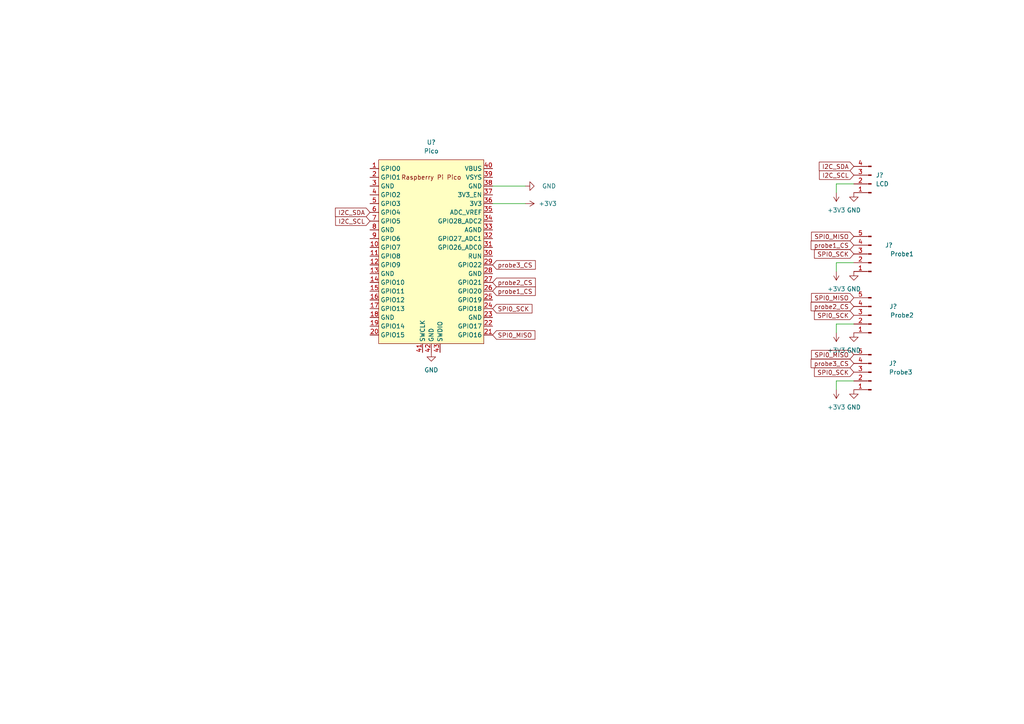
<source format=kicad_sch>
(kicad_sch (version 20211123) (generator eeschema)
  (paper "A4")
  (title_block (title "Peltier Cloud Chamber - Temperature monitor") (date "2022-02-17"))
  (lib_symbols
    (symbol "Connector:Conn_01x04_Male" (pin_names (offset 1.016) hide)
      (property "Reference" "J" (at 0 5.08 0))
      (property "Value" "Conn_01x04_Male" (at 0 -7.62 0))
      (symbol "Conn_01x04_Male_1_1"
        (polyline (pts (xy 1.27 -5.08) (xy 0.8636 -5.08)) (stroke (width 0.1524)))
        (polyline (pts (xy 1.27 -2.54) (xy 0.8636 -2.54)) (stroke (width 0.1524)))
        (polyline (pts (xy 1.27 0) (xy 0.8636 0)) (stroke (width 0.1524)))
        (polyline (pts (xy 1.27 2.54) (xy 0.8636 2.54)) (stroke (width 0.1524)))
        (rectangle (start 0.8636 -4.953) (end 0 -5.207) (stroke (width 0.1524)) (fill (type outline)))
        (rectangle (start 0.8636 -2.413) (end 0 -2.667) (stroke (width 0.1524)) (fill (type outline)))
        (rectangle (start 0.8636 0.127) (end 0 -0.127) (stroke (width 0.1524)) (fill (type outline)))
        (rectangle (start 0.8636 2.667) (end 0 2.413) (stroke (width 0.1524)) (fill (type outline)))
        (pin passive line (at 5.08 2.54 180) (length 3.81) (name "Pin_1") (number "1"))
        (pin passive line (at 5.08 0 180) (length 3.81) (name "Pin_2") (number "2"))
        (pin passive line (at 5.08 -2.54 180) (length 3.81) (name "Pin_3") (number "3"))
        (pin passive line (at 5.08 -5.08 180) (length 3.81) (name "Pin_4") (number "4"))
      )
    )
    (symbol "Connector:Conn_01x05_Male" (pin_names (offset 1.016) hide)
      (property "Reference" "J" (at 0 7.62 0))
      (property "Value" "Conn_01x05_Male" (at 0 -7.62 0))
      (symbol "Conn_01x05_Male_1_1"
        (polyline (pts (xy 1.27 -5.08) (xy 0.8636 -5.08)) (stroke (width 0.1524)))
        (polyline (pts (xy 1.27 -2.54) (xy 0.8636 -2.54)) (stroke (width 0.1524)))
        (polyline (pts (xy 1.27 0) (xy 0.8636 0)) (stroke (width 0.1524)))
        (polyline (pts (xy 1.27 2.54) (xy 0.8636 2.54)) (stroke (width 0.1524)))
        (polyline (pts (xy 1.27 5.08) (xy 0.8636 5.08)) (stroke (width 0.1524)))
        (rectangle (start 0.8636 -4.953) (end 0 -5.207) (stroke (width 0.1524)) (fill (type outline)))
        (rectangle (start 0.8636 -2.413) (end 0 -2.667) (stroke (width 0.1524)) (fill (type outline)))
        (rectangle (start 0.8636 0.127) (end 0 -0.127) (stroke (width 0.1524)) (fill (type outline)))
        (rectangle (start 0.8636 2.667) (end 0 2.413) (stroke (width 0.1524)) (fill (type outline)))
        (rectangle (start 0.8636 5.207) (end 0 4.953) (stroke (width 0.1524)) (fill (type outline)))
        (pin passive line (at 5.08 5.08 180) (length 3.81) (name "Pin_1") (number "1"))
        (pin passive line (at 5.08 2.54 180) (length 3.81) (name "Pin_2") (number "2"))
        (pin passive line (at 5.08 0 180) (length 3.81) (name "Pin_3") (number "3"))
        (pin passive line (at 5.08 -2.54 180) (length 3.81) (name "Pin_4") (number "4"))
        (pin passive line (at 5.08 -5.08 180) (length 3.81) (name "Pin_5") (number "5"))
      )
    )
    (symbol "MCU_RaspberryPi_and_Boards:Pico"
      (property "Reference" "U" (at -13.97 27.94 0))
      (property "Value" "Pico" (at 0 19.05 0))
      (symbol "Pico_0_0"
        (text "Raspberry Pi Pico" (at 0 21.59 0) (effects (font (size 1.27 1.27))))
      )
      (symbol "Pico_0_1"
        (rectangle (start -15.24 26.67) (end 15.24 -26.67) (fill (type background)))
      )
      (symbol "Pico_1_1"
        (pin bidirectional line (at -17.78 24.13 0) (length 2.54) (name "GPIO0") (number "1"))
        (pin bidirectional line (at -17.78 1.27 0) (length 2.54) (name "GPIO7") (number "10"))
        (pin bidirectional line (at -17.78 -1.27 0) (length 2.54) (name "GPIO8") (number "11"))
        (pin bidirectional line (at -17.78 -3.81 0) (length 2.54) (name "GPIO9") (number "12"))
        (pin power_in line (at -17.78 -6.35 0) (length 2.54) (name "GND") (number "13"))
        (pin bidirectional line (at -17.78 -8.89 0) (length 2.54) (name "GPIO10") (number "14"))
        (pin bidirectional line (at -17.78 -11.43 0) (length 2.54) (name "GPIO11") (number "15"))
        (pin bidirectional line (at -17.78 -13.97 0) (length 2.54) (name "GPIO12") (number "16"))
        (pin bidirectional line (at -17.78 -16.51 0) (length 2.54) (name "GPIO13") (number "17"))
        (pin power_in line (at -17.78 -19.05 0) (length 2.54) (name "GND") (number "18"))
        (pin bidirectional line (at -17.78 -21.59 0) (length 2.54) (name "GPIO14") (number "19"))
        (pin bidirectional line (at -17.78 21.59 0) (length 2.54) (name "GPIO1") (number "2"))
        (pin bidirectional line (at -17.78 -24.13 0) (length 2.54) (name "GPIO15") (number "20"))
        (pin bidirectional line (at 17.78 -24.13 180) (length 2.54) (name "GPIO16") (number "21"))
        (pin bidirectional line (at 17.78 -21.59 180) (length 2.54) (name "GPIO17") (number "22"))
        (pin power_in line (at 17.78 -19.05 180) (length 2.54) (name "GND") (number "23"))
        (pin bidirectional line (at 17.78 -16.51 180) (length 2.54) (name "GPIO18") (number "24"))
        (pin bidirectional line (at 17.78 -13.97 180) (length 2.54) (name "GPIO19") (number "25"))
        (pin bidirectional line (at 17.78 -11.43 180) (length 2.54) (name "GPIO20") (number "26"))
        (pin bidirectional line (at 17.78 -8.89 180) (length 2.54) (name "GPIO21") (number "27"))
        (pin power_in line (at 17.78 -6.35 180) (length 2.54) (name "GND") (number "28"))
        (pin bidirectional line (at 17.78 -3.81 180) (length 2.54) (name "GPIO22") (number "29"))
        (pin power_in line (at -17.78 19.05 0) (length 2.54) (name "GND") (number "3"))
        (pin input line (at 17.78 -1.27 180) (length 2.54) (name "RUN") (number "30"))
        (pin bidirectional line (at 17.78 1.27 180) (length 2.54) (name "GPIO26_ADC0") (number "31"))
        (pin bidirectional line (at 17.78 3.81 180) (length 2.54) (name "GPIO27_ADC1") (number "32"))
        (pin power_in line (at 17.78 6.35 180) (length 2.54) (name "AGND") (number "33"))
        (pin bidirectional line (at 17.78 8.89 180) (length 2.54) (name "GPIO28_ADC2") (number "34"))
        (pin power_in line (at 17.78 11.43 180) (length 2.54) (name "ADC_VREF") (number "35"))
        (pin power_in line (at 17.78 13.97 180) (length 2.54) (name "3V3") (number "36"))
        (pin input line (at 17.78 16.51 180) (length 2.54) (name "3V3_EN") (number "37"))
        (pin bidirectional line (at 17.78 19.05 180) (length 2.54) (name "GND") (number "38"))
        (pin power_in line (at 17.78 21.59 180) (length 2.54) (name "VSYS") (number "39"))
        (pin bidirectional line (at -17.78 16.51 0) (length 2.54) (name "GPIO2") (number "4"))
        (pin power_in line (at 17.78 24.13 180) (length 2.54) (name "VBUS") (number "40"))
        (pin input line (at -2.54 -29.21 90) (length 2.54) (name "SWCLK") (number "41"))
        (pin power_in line (at 0 -29.21 90) (length 2.54) (name "GND") (number "42"))
        (pin bidirectional line (at 2.54 -29.21 90) (length 2.54) (name "SWDIO") (number "43"))
        (pin bidirectional line (at -17.78 13.97 0) (length 2.54) (name "GPIO3") (number "5"))
        (pin bidirectional line (at -17.78 11.43 0) (length 2.54) (name "GPIO4") (number "6"))
        (pin bidirectional line (at -17.78 8.89 0) (length 2.54) (name "GPIO5") (number "7"))
        (pin power_in line (at -17.78 6.35 0) (length 2.54) (name "GND") (number "8"))
        (pin bidirectional line (at -17.78 3.81 0) (length 2.54) (name "GPIO6") (number "9"))
      )
    )
    (symbol "power:+3V3" (power) (pin_names (offset 0))
      (property "Value" "+3V3" (at 0 3.556 0))
      (symbol "+3V3_0_1"
        (polyline (pts (xy -0.762 1.27) (xy 0 2.54)))
        (polyline (pts (xy 0 0) (xy 0 2.54)))
        (polyline (pts (xy 0 2.54) (xy 0.762 1.27)))
      )
      (symbol "+3V3_1_1"
        (pin power_in line (at 0 0 90) (length 0) hide (name "+3V3") (number "1"))
      )
    )
    (symbol "power:GND" (power) (pin_names (offset 0))
      (property "Value" "GND" (at 0 -3.81 0))
      (symbol "GND_0_1"
        (polyline (pts (xy 0 0) (xy 0 -1.27) (xy 1.27 -1.27) (xy 0 -2.54) (xy -1.27 -1.27) (xy 0 -1.27)))
      )
      (symbol "GND_1_1"
        (pin power_in line (at 0 0 270) (length 0) hide (name "GND") (number "1"))
      )
    )
  )
  (wire (pts (xy 247.65 53.34) (xy 242.57 53.34)))
  (wire (pts (xy 242.57 93.98) (xy 242.57 96.52)))
  (wire (pts (xy 142.875 53.975) (xy 152.4 53.975)))
  (wire (pts (xy 152.4 59.055) (xy 142.875 59.055)))
  (wire (pts (xy 247.65 110.49) (xy 242.57 110.49)))
  (wire (pts (xy 242.57 76.2) (xy 242.57 78.74)))
  (wire (pts (xy 242.57 53.34) (xy 242.57 55.88)))
  (wire (pts (xy 247.65 76.2) (xy 242.57 76.2)))
  (wire (pts (xy 242.57 110.49) (xy 242.57 113.03)))
  (wire (pts (xy 247.65 93.98) (xy 242.57 93.98)))
  (global_label "probe1_CS" (shape input) (at 247.65 71.12 180) (property "Intersheet References" "${INTERSHEET_REFS}" (effects hide)))
  (global_label "SPI0_SCK" (shape input) (at 142.875 89.535 0) (property "Intersheet References" "${INTERSHEET_REFS}" (effects hide)))
  (global_label "probe3_CS" (shape input) (at 142.875 76.835 0) (property "Intersheet References" "${INTERSHEET_REFS}" (effects hide)))
  (global_label "I2C_SCL" (shape input) (at 107.315 64.135 180) (property "Intersheet References" "${INTERSHEET_REFS}" (effects hide)))
  (global_label "probe2_CS" (shape input) (at 142.875 81.915 0) (property "Intersheet References" "${INTERSHEET_REFS}" (effects hide)))
  (global_label "I2C_SCL" (shape input) (at 247.65 50.8 180) (property "Intersheet References" "${INTERSHEET_REFS}" (effects hide)))
  (global_label "probe1_CS" (shape input) (at 142.875 84.455 0) (property "Intersheet References" "${INTERSHEET_REFS}" (effects hide)))
  (global_label "SPI0_MISO" (shape input) (at 247.65 68.58 180) (property "Intersheet References" "${INTERSHEET_REFS}" (effects hide)))
  (global_label "SPI0_SCK" (shape input) (at 247.65 73.66 180) (property "Intersheet References" "${INTERSHEET_REFS}" (effects hide)))
  (global_label "SPI0_MISO" (shape input) (at 142.875 97.155 0) (property "Intersheet References" "${INTERSHEET_REFS}" (effects hide)))
  (global_label "I2C_SDA" (shape input) (at 247.65 48.26 180) (property "Intersheet References" "${INTERSHEET_REFS}" (effects hide)))
  (global_label "SPI0_SCK" (shape input) (at 247.65 107.95 180) (property "Intersheet References" "${INTERSHEET_REFS}" (effects hide)))
  (global_label "probe2_CS" (shape input) (at 247.65 88.9 180) (property "Intersheet References" "${INTERSHEET_REFS}" (effects hide)))
  (global_label "SPI0_MISO" (shape input) (at 247.65 86.36 180) (property "Intersheet References" "${INTERSHEET_REFS}" (effects hide)))
  (global_label "I2C_SDA" (shape input) (at 107.315 61.595 180) (property "Intersheet References" "${INTERSHEET_REFS}" (effects hide)))
  (global_label "SPI0_MISO" (shape input) (at 247.65 102.87 180) (property "Intersheet References" "${INTERSHEET_REFS}" (effects hide)))
  (global_label "SPI0_SCK" (shape input) (at 247.65 91.44 180) (property "Intersheet References" "${INTERSHEET_REFS}" (effects hide)))
  (global_label "probe3_CS" (shape input) (at 247.65 105.41 180) (property "Intersheet References" "${INTERSHEET_REFS}" (effects hide)))
  (symbol (lib_id "power:GND") (at 125.095 102.235 0) (unit 1)
    (property "Reference" "#PWR?" (effects hide))
    (property "Value" "GND" (at 125.095 107.315 0))
  )
  (symbol (lib_id "power:GND") (at 247.65 78.74 0) (unit 1)
    (property "Reference" "#PWR?" (effects hide))
    (property "Value" "GND" (at 247.65 83.82 0))
  )
  (symbol (lib_id "power:+3V3") (at 242.57 113.03 180) (unit 1)
    (property "Reference" "#PWR?" (effects hide))
    (property "Value" "+3V3" (at 242.57 118.11 0))
  )
  (symbol (lib_id "power:+3V3") (at 242.57 96.52 180) (unit 1)
    (property "Reference" "#PWR?" (effects hide))
    (property "Value" "+3V3" (at 242.57 101.6 0))
  )
  (symbol (lib_id "power:GND") (at 247.65 96.52 0) (unit 1)
    (property "Reference" "#PWR?" (effects hide))
    (property "Value" "GND" (at 247.65 101.6 0))
  )
  (symbol (lib_id "Connector:Conn_01x05_Male") (at 252.73 73.66 180) (unit 1)
    (property "Reference" "J?" (at 257.81 71.12 0))
    (property "Value" "Probe1" (at 261.62 73.66 0))
  )
  (symbol (lib_id "power:GND") (at 247.65 113.03 0) (unit 1)
    (property "Reference" "#PWR?" (effects hide))
    (property "Value" "GND" (at 247.65 118.11 0))
  )
  (symbol (lib_id "MCU_RaspberryPi_and_Boards:Pico") (at 125.095 73.025 0) (unit 1)
    (property "Reference" "U?" (at 125.095 41.275 0))
    (property "Value" "Pico" (at 125.095 43.815 0))
    (property "Footprint" "RPi_Pico:RPi_Pico_SMD_TH" (effects hide))
  )
  (symbol (lib_id "Connector:Conn_01x05_Male") (at 252.73 107.95 180) (unit 1)
    (property "Reference" "J?" (at 257.81 105.41 0) (effects (justify right)))
    (property "Value" "Probe3" (at 257.81 107.95 0) (effects (justify right)))
  )
  (symbol (lib_id "Connector:Conn_01x05_Male") (at 252.73 91.44 180) (unit 1)
    (property "Reference" "J?" (at 259.08 88.9 0))
    (property "Value" "Probe2" (at 261.62 91.44 0))
  )
  (symbol (lib_id "power:+3V3") (at 242.57 78.74 180) (unit 1)
    (property "Reference" "#PWR?" (effects hide))
    (property "Value" "+3V3" (at 242.57 83.82 0))
  )
  (symbol (lib_id "power:+3V3") (at 152.4 59.055 270) (unit 1)
    (property "Reference" "#PWR?" (effects hide))
    (property "Value" "+3V3" (at 156.21 59.0549 90) (effects (justify left)))
  )
  (symbol (lib_id "power:GND") (at 152.4 53.975 90) (unit 1)
    (property "Reference" "#PWR?" (effects hide))
    (property "Value" "GND" (at 161.29 53.975 90) (effects (justify left)))
  )
  (symbol (lib_id "power:+3V3") (at 242.57 55.88 180) (unit 1)
    (property "Reference" "#PWR?" (effects hide))
    (property "Value" "+3V3" (at 242.57 60.96 0))
  )
  (symbol (lib_id "power:GND") (at 247.65 55.88 0) (unit 1)
    (property "Reference" "#PWR?" (effects hide))
    (property "Value" "GND" (at 247.65 60.96 0))
  )
  (symbol (lib_id "Connector:Conn_01x04_Male") (at 252.73 53.34 180) (unit 1)
    (property "Reference" "J?" (at 254 50.7999 0) (effects (justify right)))
    (property "Value" "LCD" (at 254 53.3399 0) (effects (justify right)))
  )
)
</source>
